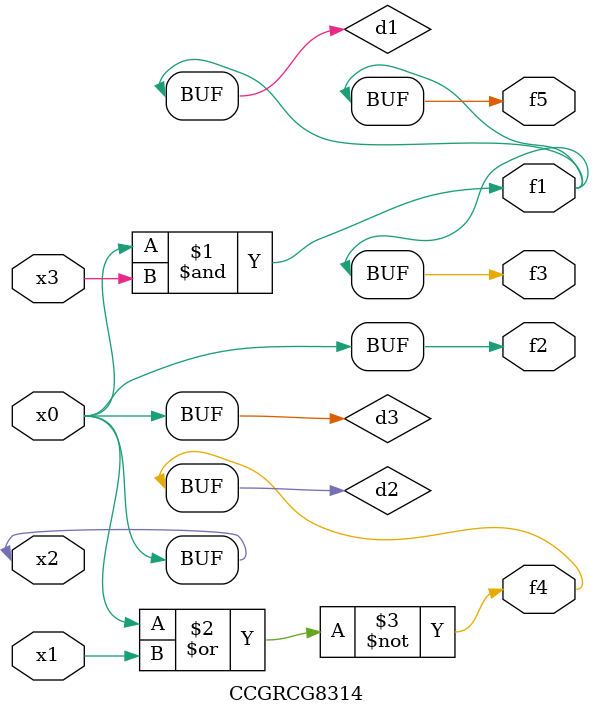
<source format=v>
module CCGRCG8314(
	input x0, x1, x2, x3,
	output f1, f2, f3, f4, f5
);

	wire d1, d2, d3;

	and (d1, x2, x3);
	nor (d2, x0, x1);
	buf (d3, x0, x2);
	assign f1 = d1;
	assign f2 = d3;
	assign f3 = d1;
	assign f4 = d2;
	assign f5 = d1;
endmodule

</source>
